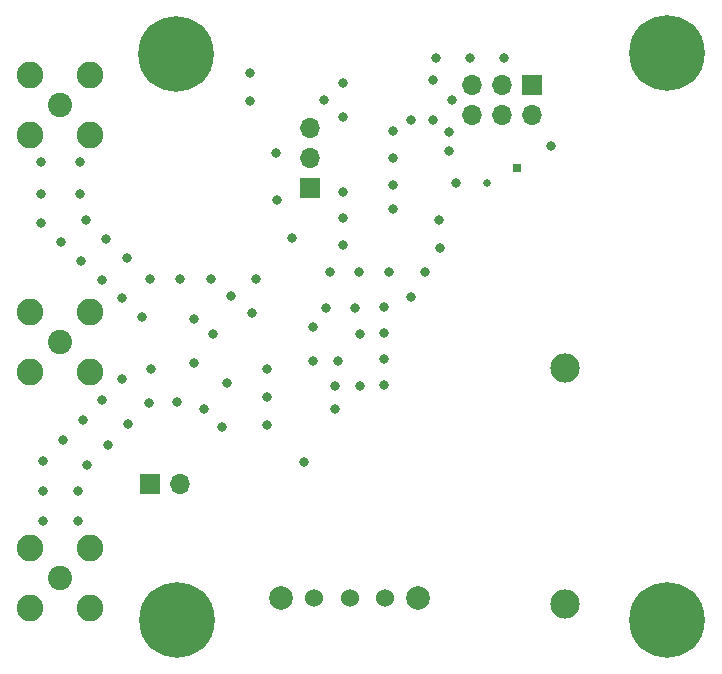
<source format=gbs>
G04 #@! TF.GenerationSoftware,KiCad,Pcbnew,7.0.10*
G04 #@! TF.CreationDate,2024-07-16T21:42:12-04:00*
G04 #@! TF.ProjectId,button_transmitter,62757474-6f6e-45f7-9472-616e736d6974,1.0*
G04 #@! TF.SameCoordinates,PX42d7d10PY7f6ba10*
G04 #@! TF.FileFunction,Soldermask,Bot*
G04 #@! TF.FilePolarity,Negative*
%FSLAX46Y46*%
G04 Gerber Fmt 4.6, Leading zero omitted, Abs format (unit mm)*
G04 Created by KiCad (PCBNEW 7.0.10) date 2024-07-16 21:42:12*
%MOMM*%
%LPD*%
G01*
G04 APERTURE LIST*
%ADD10R,1.700000X1.700000*%
%ADD11O,1.700000X1.700000*%
%ADD12C,1.524000*%
%ADD13C,2.000000*%
%ADD14R,0.635000X0.635000*%
%ADD15C,0.635000*%
%ADD16C,6.400000*%
%ADD17C,2.050000*%
%ADD18C,2.250000*%
%ADD19C,2.484000*%
%ADD20C,0.800000*%
G04 APERTURE END LIST*
D10*
X44165000Y49260001D03*
D11*
X44165000Y46720001D03*
X41625000Y49260001D03*
X41625000Y46720001D03*
X39085000Y49260001D03*
X39085000Y46720001D03*
D12*
X31740000Y5830000D03*
X28740000Y5830000D03*
X25740000Y5830000D03*
D13*
X34540000Y5830000D03*
X22940000Y5830000D03*
D14*
X42870000Y42190000D03*
D15*
X40329999Y40920000D03*
D10*
X25339998Y40479997D03*
D11*
X25339998Y43019997D03*
X25339998Y45559997D03*
D10*
X11805000Y15450000D03*
D11*
X14345000Y15450000D03*
D16*
X14080000Y3940000D03*
D17*
X4250000Y47500000D03*
D18*
X1710000Y50040000D03*
X1710000Y44960000D03*
X6790000Y50040000D03*
X6790000Y44960000D03*
D16*
X14060000Y51880000D03*
X55600000Y51900000D03*
D17*
X4250000Y27500000D03*
D18*
X1710000Y30040000D03*
X1710000Y24960000D03*
X6790000Y30040000D03*
X6790000Y24960000D03*
D19*
X46939999Y25280044D03*
X46939999Y5280044D03*
D17*
X4250000Y7500000D03*
D18*
X1710000Y10040000D03*
X1710000Y4960000D03*
X6790000Y10040000D03*
X6790000Y4960000D03*
D16*
X55620000Y3920000D03*
D20*
X35130000Y33390000D03*
X2580000Y40015000D03*
X28160000Y38000000D03*
X27745000Y25870000D03*
X29595000Y28160000D03*
X16420000Y21800000D03*
X32040000Y33390000D03*
X20314998Y50279998D03*
X18310000Y24020000D03*
X32380000Y40760000D03*
X36040000Y51500000D03*
X6115000Y20860000D03*
X31640000Y28213334D03*
X2750000Y14850000D03*
X21720000Y22776668D03*
X38930000Y51500000D03*
X32370000Y45300000D03*
X21710000Y25153334D03*
X31620000Y30410000D03*
X28180000Y49410000D03*
X18710000Y31385000D03*
X37360000Y47970000D03*
X20330000Y47900000D03*
X31640000Y26016668D03*
X8245706Y18788382D03*
X2740000Y12300000D03*
X11830000Y32840000D03*
X33950000Y46280000D03*
X6013334Y34346666D03*
X9853334Y34616666D03*
X11930000Y25190000D03*
X5930000Y42670000D03*
X32370000Y38710000D03*
X20430000Y29930000D03*
X29535000Y33390000D03*
X33920000Y31320000D03*
X7797500Y22590000D03*
X23830000Y36300000D03*
X27520000Y23780000D03*
X25610000Y25840000D03*
X9446666Y31153332D03*
X21740000Y20400000D03*
X36340000Y35460000D03*
X6500000Y17030000D03*
X37720000Y40920000D03*
X20790000Y32800000D03*
X28160000Y40150000D03*
X29190000Y30380000D03*
X6410000Y37810000D03*
X4296666Y35943332D03*
X14410000Y32830000D03*
X14080000Y22390000D03*
X22580000Y39490000D03*
X32380000Y43020000D03*
X26560000Y47980000D03*
X37150000Y45240000D03*
X15580000Y29375001D03*
X7730000Y32750000D03*
X9991412Y20546764D03*
X5750000Y14850000D03*
X2580000Y42670000D03*
X31600000Y23820000D03*
X16990000Y32840000D03*
X35780000Y49670000D03*
X11163334Y29556666D03*
X15580000Y25705002D03*
X45810000Y44040000D03*
X35770000Y46280000D03*
X36320000Y37790000D03*
X28180000Y46500000D03*
X27470000Y21810000D03*
X22480000Y43490000D03*
X17200000Y28160000D03*
X26760000Y30380000D03*
X5740000Y12300000D03*
X5930000Y40015000D03*
X41820000Y51500000D03*
X11737118Y22305146D03*
X2750000Y17400000D03*
X9480000Y24320000D03*
X4432500Y19130000D03*
X17960000Y20290000D03*
X25610000Y28720000D03*
X2580000Y37540000D03*
X24842500Y17270000D03*
X28180000Y35670000D03*
X27030000Y33390000D03*
X29647500Y23780000D03*
X8136666Y36213332D03*
X37110000Y43670000D03*
M02*

</source>
